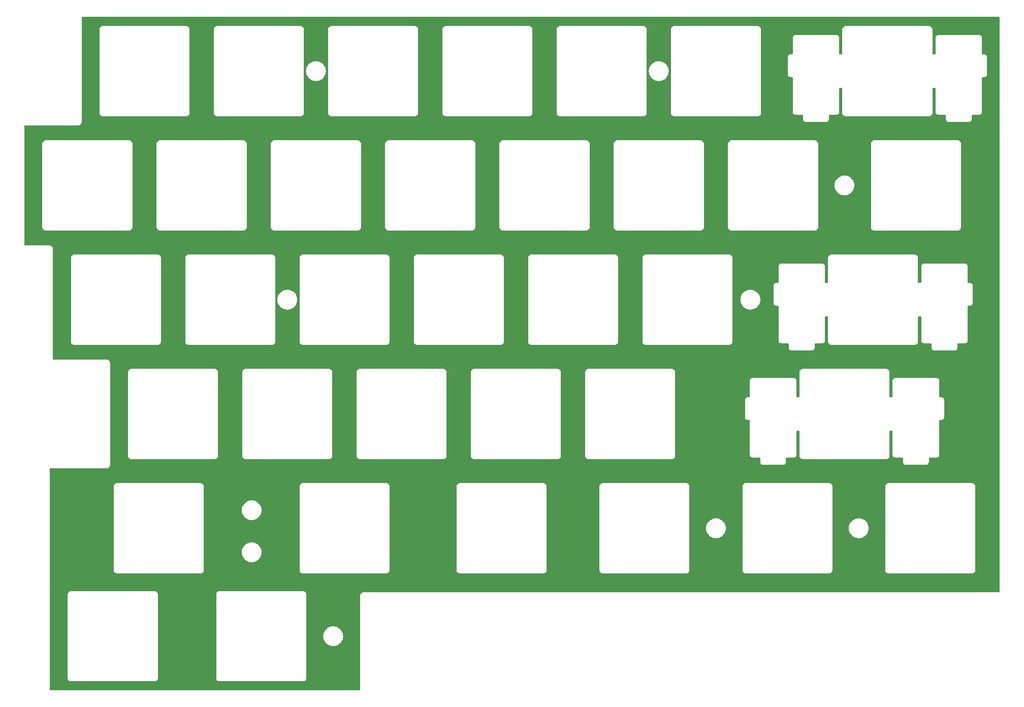
<source format=gbr>
%TF.GenerationSoftware,KiCad,Pcbnew,8.0.7*%
%TF.CreationDate,2025-05-09T14:19:32+02:00*%
%TF.ProjectId,plate6_dx,706c6174-6536-45f6-9478-2e6b69636164,rev?*%
%TF.SameCoordinates,Original*%
%TF.FileFunction,Copper,L2,Bot*%
%TF.FilePolarity,Positive*%
%FSLAX46Y46*%
G04 Gerber Fmt 4.6, Leading zero omitted, Abs format (unit mm)*
G04 Created by KiCad (PCBNEW 8.0.7) date 2025-05-09 14:19:32*
%MOMM*%
%LPD*%
G01*
G04 APERTURE LIST*
G04 APERTURE END LIST*
%TA.AperFunction,NonConductor*%
G36*
X247055539Y-48171941D02*
G01*
X247101294Y-48224745D01*
X247112500Y-48276256D01*
X247112500Y-143956665D01*
X247092815Y-144023704D01*
X247040011Y-144069459D01*
X246988500Y-144080665D01*
X140969108Y-144080665D01*
X140841812Y-144114773D01*
X140727686Y-144180665D01*
X140727683Y-144180667D01*
X140634502Y-144273848D01*
X140634500Y-144273851D01*
X140568608Y-144387977D01*
X140534500Y-144515273D01*
X140534500Y-160250550D01*
X140514815Y-160317589D01*
X140462011Y-160363344D01*
X140410500Y-160374550D01*
X88909500Y-160374550D01*
X88842461Y-160354865D01*
X88796706Y-160302061D01*
X88785500Y-160250550D01*
X88785500Y-144309158D01*
X91784500Y-144309158D01*
X91784500Y-158440941D01*
X91818608Y-158568237D01*
X91851554Y-158625300D01*
X91884500Y-158682364D01*
X91977686Y-158775550D01*
X92091814Y-158841442D01*
X92219108Y-158875550D01*
X92219110Y-158875550D01*
X106350890Y-158875550D01*
X106350892Y-158875550D01*
X106478186Y-158841442D01*
X106592314Y-158775550D01*
X106685500Y-158682364D01*
X106751392Y-158568236D01*
X106785500Y-158440942D01*
X106785500Y-144309158D01*
X116534500Y-144309158D01*
X116534500Y-158440941D01*
X116568608Y-158568237D01*
X116601554Y-158625300D01*
X116634500Y-158682364D01*
X116727686Y-158775550D01*
X116841814Y-158841442D01*
X116969108Y-158875550D01*
X116969110Y-158875550D01*
X131100890Y-158875550D01*
X131100892Y-158875550D01*
X131228186Y-158841442D01*
X131342314Y-158775550D01*
X131435500Y-158682364D01*
X131501392Y-158568236D01*
X131535500Y-158440942D01*
X131535500Y-151375050D01*
X134379396Y-151375050D01*
X134399778Y-151634040D01*
X134460427Y-151886660D01*
X134559843Y-152126673D01*
X134559845Y-152126677D01*
X134559846Y-152126678D01*
X134695588Y-152348190D01*
X134864311Y-152545739D01*
X135061860Y-152714462D01*
X135283372Y-152850204D01*
X135283374Y-152850204D01*
X135283376Y-152850206D01*
X135344693Y-152875604D01*
X135523390Y-152949623D01*
X135776006Y-153010271D01*
X136035000Y-153030654D01*
X136293994Y-153010271D01*
X136546610Y-152949623D01*
X136786628Y-152850204D01*
X137008140Y-152714462D01*
X137205689Y-152545739D01*
X137374412Y-152348190D01*
X137510154Y-152126678D01*
X137609573Y-151886660D01*
X137670221Y-151634044D01*
X137690604Y-151375050D01*
X137670221Y-151116056D01*
X137609573Y-150863440D01*
X137510154Y-150623422D01*
X137374412Y-150401910D01*
X137205689Y-150204361D01*
X137008140Y-150035638D01*
X136786628Y-149899896D01*
X136786627Y-149899895D01*
X136786623Y-149899893D01*
X136620627Y-149831136D01*
X136546610Y-149800477D01*
X136546611Y-149800477D01*
X136408921Y-149767420D01*
X136293994Y-149739829D01*
X136293992Y-149739828D01*
X136293991Y-149739828D01*
X136035000Y-149719446D01*
X135776009Y-149739828D01*
X135523389Y-149800477D01*
X135283376Y-149899893D01*
X135061859Y-150035638D01*
X134864311Y-150204361D01*
X134695588Y-150401909D01*
X134559843Y-150623426D01*
X134460427Y-150863439D01*
X134399778Y-151116059D01*
X134379396Y-151375050D01*
X131535500Y-151375050D01*
X131535500Y-144309158D01*
X131501392Y-144181864D01*
X131435500Y-144067736D01*
X131342314Y-143974550D01*
X131285250Y-143941604D01*
X131228187Y-143908658D01*
X131164539Y-143891604D01*
X131100892Y-143874550D01*
X117100892Y-143874550D01*
X116969108Y-143874550D01*
X116841812Y-143908658D01*
X116727686Y-143974550D01*
X116727683Y-143974552D01*
X116634502Y-144067733D01*
X116634500Y-144067736D01*
X116568608Y-144181862D01*
X116534500Y-144309158D01*
X106785500Y-144309158D01*
X106751392Y-144181864D01*
X106685500Y-144067736D01*
X106592314Y-143974550D01*
X106535250Y-143941604D01*
X106478187Y-143908658D01*
X106414539Y-143891604D01*
X106350892Y-143874550D01*
X92350892Y-143874550D01*
X92219108Y-143874550D01*
X92091812Y-143908658D01*
X91977686Y-143974550D01*
X91977683Y-143974552D01*
X91884502Y-144067733D01*
X91884500Y-144067736D01*
X91818608Y-144181862D01*
X91784500Y-144309158D01*
X88785500Y-144309158D01*
X88785500Y-126308708D01*
X99464500Y-126308708D01*
X99464500Y-140441391D01*
X99498608Y-140568687D01*
X99531554Y-140625750D01*
X99564500Y-140682814D01*
X99657686Y-140776000D01*
X99771814Y-140841892D01*
X99899108Y-140876000D01*
X99899110Y-140876000D01*
X114031890Y-140876000D01*
X114031892Y-140876000D01*
X114159186Y-140841892D01*
X114273314Y-140776000D01*
X114366500Y-140682814D01*
X114432392Y-140568686D01*
X114466500Y-140441392D01*
X114466500Y-137375050D01*
X120788896Y-137375050D01*
X120809278Y-137634040D01*
X120869927Y-137886660D01*
X120969343Y-138126673D01*
X120969345Y-138126677D01*
X120969346Y-138126678D01*
X121105088Y-138348190D01*
X121273811Y-138545739D01*
X121471360Y-138714462D01*
X121692872Y-138850204D01*
X121692874Y-138850204D01*
X121692876Y-138850206D01*
X121754193Y-138875604D01*
X121932890Y-138949623D01*
X122185506Y-139010271D01*
X122444500Y-139030654D01*
X122703494Y-139010271D01*
X122956110Y-138949623D01*
X123196128Y-138850204D01*
X123417640Y-138714462D01*
X123615189Y-138545739D01*
X123783912Y-138348190D01*
X123919654Y-138126678D01*
X124019073Y-137886660D01*
X124079721Y-137634044D01*
X124100104Y-137375050D01*
X124079721Y-137116056D01*
X124019073Y-136863440D01*
X123919654Y-136623422D01*
X123783912Y-136401910D01*
X123615189Y-136204361D01*
X123417640Y-136035638D01*
X123196128Y-135899896D01*
X123196127Y-135899895D01*
X123196123Y-135899893D01*
X123030127Y-135831136D01*
X122956110Y-135800477D01*
X122956111Y-135800477D01*
X122818421Y-135767420D01*
X122703494Y-135739829D01*
X122703492Y-135739828D01*
X122703491Y-135739828D01*
X122444500Y-135719446D01*
X122185509Y-135739828D01*
X121932889Y-135800477D01*
X121692876Y-135899893D01*
X121471359Y-136035638D01*
X121273811Y-136204361D01*
X121105088Y-136401909D01*
X120969343Y-136623426D01*
X120869927Y-136863439D01*
X120809278Y-137116059D01*
X120788896Y-137375050D01*
X114466500Y-137375050D01*
X114466500Y-130375050D01*
X120788896Y-130375050D01*
X120809278Y-130634040D01*
X120869927Y-130886660D01*
X120969343Y-131126673D01*
X120969345Y-131126677D01*
X120969346Y-131126678D01*
X121105088Y-131348190D01*
X121273811Y-131545739D01*
X121471360Y-131714462D01*
X121692872Y-131850204D01*
X121692874Y-131850204D01*
X121692876Y-131850206D01*
X121754193Y-131875604D01*
X121932890Y-131949623D01*
X122185506Y-132010271D01*
X122444500Y-132030654D01*
X122703494Y-132010271D01*
X122956110Y-131949623D01*
X123196128Y-131850204D01*
X123417640Y-131714462D01*
X123615189Y-131545739D01*
X123783912Y-131348190D01*
X123919654Y-131126678D01*
X124019073Y-130886660D01*
X124079721Y-130634044D01*
X124100104Y-130375050D01*
X124079721Y-130116056D01*
X124019073Y-129863440D01*
X123919654Y-129623422D01*
X123783912Y-129401910D01*
X123615189Y-129204361D01*
X123417640Y-129035638D01*
X123196128Y-128899896D01*
X123196127Y-128899895D01*
X123196123Y-128899893D01*
X123030127Y-128831136D01*
X122956110Y-128800477D01*
X122956111Y-128800477D01*
X122818421Y-128767420D01*
X122703494Y-128739829D01*
X122703492Y-128739828D01*
X122703491Y-128739828D01*
X122444500Y-128719446D01*
X122185509Y-128739828D01*
X121932889Y-128800477D01*
X121692876Y-128899893D01*
X121471359Y-129035638D01*
X121273811Y-129204361D01*
X121105088Y-129401909D01*
X120969343Y-129623426D01*
X120869927Y-129863439D01*
X120809278Y-130116059D01*
X120788896Y-130375050D01*
X114466500Y-130375050D01*
X114466500Y-126308708D01*
X130422500Y-126308708D01*
X130422500Y-140441391D01*
X130456608Y-140568687D01*
X130489554Y-140625750D01*
X130522500Y-140682814D01*
X130615686Y-140776000D01*
X130729814Y-140841892D01*
X130857108Y-140876000D01*
X130857110Y-140876000D01*
X144987890Y-140876000D01*
X144987892Y-140876000D01*
X145115186Y-140841892D01*
X145229314Y-140776000D01*
X145322500Y-140682814D01*
X145388392Y-140568686D01*
X145422500Y-140441392D01*
X145422500Y-126308708D01*
X156614500Y-126308708D01*
X156614500Y-140441391D01*
X156648608Y-140568687D01*
X156681554Y-140625750D01*
X156714500Y-140682814D01*
X156807686Y-140776000D01*
X156921814Y-140841892D01*
X157049108Y-140876000D01*
X157049110Y-140876000D01*
X171181890Y-140876000D01*
X171181892Y-140876000D01*
X171309186Y-140841892D01*
X171423314Y-140776000D01*
X171516500Y-140682814D01*
X171582392Y-140568686D01*
X171616500Y-140441392D01*
X171616500Y-126308708D01*
X180428500Y-126308708D01*
X180428500Y-140441391D01*
X180462608Y-140568687D01*
X180495554Y-140625750D01*
X180528500Y-140682814D01*
X180621686Y-140776000D01*
X180735814Y-140841892D01*
X180863108Y-140876000D01*
X180863110Y-140876000D01*
X194993890Y-140876000D01*
X194993892Y-140876000D01*
X195121186Y-140841892D01*
X195235314Y-140776000D01*
X195328500Y-140682814D01*
X195394392Y-140568686D01*
X195428500Y-140441392D01*
X195428500Y-133375050D01*
X198178396Y-133375050D01*
X198198778Y-133634040D01*
X198259427Y-133886660D01*
X198358843Y-134126673D01*
X198358845Y-134126677D01*
X198358846Y-134126678D01*
X198494588Y-134348190D01*
X198663311Y-134545739D01*
X198860860Y-134714462D01*
X199082372Y-134850204D01*
X199082374Y-134850204D01*
X199082376Y-134850206D01*
X199143693Y-134875604D01*
X199322390Y-134949623D01*
X199575006Y-135010271D01*
X199834000Y-135030654D01*
X200092994Y-135010271D01*
X200345610Y-134949623D01*
X200585628Y-134850204D01*
X200807140Y-134714462D01*
X201004689Y-134545739D01*
X201173412Y-134348190D01*
X201309154Y-134126678D01*
X201408573Y-133886660D01*
X201469221Y-133634044D01*
X201489604Y-133375050D01*
X201469221Y-133116056D01*
X201408573Y-132863440D01*
X201309154Y-132623422D01*
X201173412Y-132401910D01*
X201004689Y-132204361D01*
X200807140Y-132035638D01*
X200585628Y-131899896D01*
X200585627Y-131899895D01*
X200585623Y-131899893D01*
X200419627Y-131831136D01*
X200345610Y-131800477D01*
X200345611Y-131800477D01*
X200207921Y-131767420D01*
X200092994Y-131739829D01*
X200092992Y-131739828D01*
X200092991Y-131739828D01*
X199834000Y-131719446D01*
X199575009Y-131739828D01*
X199322389Y-131800477D01*
X199082376Y-131899893D01*
X198860859Y-132035638D01*
X198663311Y-132204361D01*
X198494588Y-132401909D01*
X198358843Y-132623426D01*
X198259427Y-132863439D01*
X198198778Y-133116059D01*
X198178396Y-133375050D01*
X195428500Y-133375050D01*
X195428500Y-126308708D01*
X204239500Y-126308708D01*
X204239500Y-140441391D01*
X204273608Y-140568687D01*
X204306554Y-140625750D01*
X204339500Y-140682814D01*
X204432686Y-140776000D01*
X204546814Y-140841892D01*
X204674108Y-140876000D01*
X204674110Y-140876000D01*
X218806890Y-140876000D01*
X218806892Y-140876000D01*
X218934186Y-140841892D01*
X219048314Y-140776000D01*
X219141500Y-140682814D01*
X219207392Y-140568686D01*
X219241500Y-140441392D01*
X219241500Y-133375050D01*
X221991896Y-133375050D01*
X222012278Y-133634040D01*
X222072927Y-133886660D01*
X222172343Y-134126673D01*
X222172345Y-134126677D01*
X222172346Y-134126678D01*
X222308088Y-134348190D01*
X222476811Y-134545739D01*
X222674360Y-134714462D01*
X222895872Y-134850204D01*
X222895874Y-134850204D01*
X222895876Y-134850206D01*
X222957193Y-134875604D01*
X223135890Y-134949623D01*
X223388506Y-135010271D01*
X223647500Y-135030654D01*
X223906494Y-135010271D01*
X224159110Y-134949623D01*
X224399128Y-134850204D01*
X224620640Y-134714462D01*
X224818189Y-134545739D01*
X224986912Y-134348190D01*
X225122654Y-134126678D01*
X225222073Y-133886660D01*
X225282721Y-133634044D01*
X225303104Y-133375050D01*
X225282721Y-133116056D01*
X225222073Y-132863440D01*
X225122654Y-132623422D01*
X224986912Y-132401910D01*
X224818189Y-132204361D01*
X224620640Y-132035638D01*
X224399128Y-131899896D01*
X224399127Y-131899895D01*
X224399123Y-131899893D01*
X224233127Y-131831136D01*
X224159110Y-131800477D01*
X224159111Y-131800477D01*
X224021421Y-131767420D01*
X223906494Y-131739829D01*
X223906492Y-131739828D01*
X223906491Y-131739828D01*
X223647500Y-131719446D01*
X223388509Y-131739828D01*
X223135889Y-131800477D01*
X222895876Y-131899893D01*
X222674359Y-132035638D01*
X222476811Y-132204361D01*
X222308088Y-132401909D01*
X222172343Y-132623426D01*
X222072927Y-132863439D01*
X222012278Y-133116059D01*
X221991896Y-133375050D01*
X219241500Y-133375050D01*
X219241500Y-126308708D01*
X228053500Y-126308708D01*
X228053500Y-140441391D01*
X228087608Y-140568687D01*
X228120554Y-140625750D01*
X228153500Y-140682814D01*
X228246686Y-140776000D01*
X228360814Y-140841892D01*
X228488108Y-140876000D01*
X228488110Y-140876000D01*
X242619890Y-140876000D01*
X242619892Y-140876000D01*
X242747186Y-140841892D01*
X242861314Y-140776000D01*
X242954500Y-140682814D01*
X243020392Y-140568686D01*
X243054500Y-140441392D01*
X243054500Y-126308708D01*
X243020392Y-126181414D01*
X242954500Y-126067286D01*
X242861314Y-125974100D01*
X242804250Y-125941154D01*
X242747187Y-125908208D01*
X242683539Y-125891154D01*
X242619892Y-125874100D01*
X228619892Y-125874100D01*
X228488108Y-125874100D01*
X228360812Y-125908208D01*
X228246686Y-125974100D01*
X228246683Y-125974102D01*
X228153502Y-126067283D01*
X228153500Y-126067286D01*
X228087608Y-126181412D01*
X228053500Y-126308708D01*
X219241500Y-126308708D01*
X219207392Y-126181414D01*
X219141500Y-126067286D01*
X219048314Y-125974100D01*
X218991250Y-125941154D01*
X218934187Y-125908208D01*
X218870539Y-125891154D01*
X218806892Y-125874100D01*
X204805892Y-125874100D01*
X204674108Y-125874100D01*
X204546812Y-125908208D01*
X204432686Y-125974100D01*
X204432683Y-125974102D01*
X204339502Y-126067283D01*
X204339500Y-126067286D01*
X204273608Y-126181412D01*
X204239500Y-126308708D01*
X195428500Y-126308708D01*
X195394392Y-126181414D01*
X195328500Y-126067286D01*
X195235314Y-125974100D01*
X195178250Y-125941154D01*
X195121187Y-125908208D01*
X195057539Y-125891154D01*
X194993892Y-125874100D01*
X180994892Y-125874100D01*
X180863108Y-125874100D01*
X180735812Y-125908208D01*
X180621686Y-125974100D01*
X180621683Y-125974102D01*
X180528502Y-126067283D01*
X180528500Y-126067286D01*
X180462608Y-126181412D01*
X180428500Y-126308708D01*
X171616500Y-126308708D01*
X171582392Y-126181414D01*
X171516500Y-126067286D01*
X171423314Y-125974100D01*
X171366250Y-125941154D01*
X171309187Y-125908208D01*
X171245539Y-125891154D01*
X171181892Y-125874100D01*
X157180892Y-125874100D01*
X157049108Y-125874100D01*
X156921812Y-125908208D01*
X156807686Y-125974100D01*
X156807683Y-125974102D01*
X156714502Y-126067283D01*
X156714500Y-126067286D01*
X156648608Y-126181412D01*
X156614500Y-126308708D01*
X145422500Y-126308708D01*
X145388392Y-126181414D01*
X145322500Y-126067286D01*
X145229314Y-125974100D01*
X145172250Y-125941154D01*
X145115187Y-125908208D01*
X145051539Y-125891154D01*
X144987892Y-125874100D01*
X130988892Y-125874100D01*
X130857108Y-125874100D01*
X130729812Y-125908208D01*
X130615686Y-125974100D01*
X130615683Y-125974102D01*
X130522502Y-126067283D01*
X130522500Y-126067286D01*
X130456608Y-126181412D01*
X130422500Y-126308708D01*
X114466500Y-126308708D01*
X114432392Y-126181414D01*
X114366500Y-126067286D01*
X114273314Y-125974100D01*
X114216250Y-125941154D01*
X114159187Y-125908208D01*
X114095539Y-125891154D01*
X114031892Y-125874100D01*
X100030892Y-125874100D01*
X99899108Y-125874100D01*
X99771812Y-125908208D01*
X99657686Y-125974100D01*
X99657683Y-125974102D01*
X99564502Y-126067283D01*
X99564500Y-126067286D01*
X99498608Y-126181412D01*
X99464500Y-126308708D01*
X88785500Y-126308708D01*
X88785500Y-123473100D01*
X88805185Y-123406061D01*
X88857989Y-123360306D01*
X88909500Y-123349100D01*
X98413890Y-123349100D01*
X98413892Y-123349100D01*
X98541186Y-123314992D01*
X98655314Y-123249100D01*
X98748500Y-123155914D01*
X98814392Y-123041786D01*
X98848500Y-122914492D01*
X98848500Y-107260108D01*
X101847500Y-107260108D01*
X101847500Y-121259408D01*
X101847500Y-121391192D01*
X101850561Y-121402616D01*
X101881608Y-121518487D01*
X101906552Y-121561691D01*
X101947500Y-121632614D01*
X102040686Y-121725800D01*
X102154814Y-121791692D01*
X102282108Y-121825800D01*
X102282110Y-121825800D01*
X116412890Y-121825800D01*
X116412892Y-121825800D01*
X116540186Y-121791692D01*
X116654314Y-121725800D01*
X116747500Y-121632614D01*
X116813392Y-121518486D01*
X116847500Y-121391192D01*
X116847500Y-107260108D01*
X120897500Y-107260108D01*
X120897500Y-121259408D01*
X120897500Y-121391192D01*
X120900561Y-121402616D01*
X120931608Y-121518487D01*
X120956552Y-121561691D01*
X120997500Y-121632614D01*
X121090686Y-121725800D01*
X121204814Y-121791692D01*
X121332108Y-121825800D01*
X121332110Y-121825800D01*
X135462890Y-121825800D01*
X135462892Y-121825800D01*
X135590186Y-121791692D01*
X135704314Y-121725800D01*
X135797500Y-121632614D01*
X135863392Y-121518486D01*
X135897500Y-121391192D01*
X135897500Y-107260108D01*
X139947500Y-107260108D01*
X139947500Y-121259408D01*
X139947500Y-121391192D01*
X139950561Y-121402616D01*
X139981608Y-121518487D01*
X140006552Y-121561691D01*
X140047500Y-121632614D01*
X140140686Y-121725800D01*
X140254814Y-121791692D01*
X140382108Y-121825800D01*
X140382110Y-121825800D01*
X154512890Y-121825800D01*
X154512892Y-121825800D01*
X154640186Y-121791692D01*
X154754314Y-121725800D01*
X154847500Y-121632614D01*
X154913392Y-121518486D01*
X154947500Y-121391192D01*
X154947500Y-107260108D01*
X158997500Y-107260108D01*
X158997500Y-121259408D01*
X158997500Y-121391192D01*
X159000561Y-121402616D01*
X159031608Y-121518487D01*
X159056552Y-121561691D01*
X159097500Y-121632614D01*
X159190686Y-121725800D01*
X159304814Y-121791692D01*
X159432108Y-121825800D01*
X159432110Y-121825800D01*
X173562890Y-121825800D01*
X173562892Y-121825800D01*
X173690186Y-121791692D01*
X173804314Y-121725800D01*
X173897500Y-121632614D01*
X173963392Y-121518486D01*
X173997500Y-121391192D01*
X173997500Y-107260108D01*
X178047500Y-107260108D01*
X178047500Y-121259408D01*
X178047500Y-121391192D01*
X178050561Y-121402616D01*
X178081608Y-121518487D01*
X178106552Y-121561691D01*
X178147500Y-121632614D01*
X178240686Y-121725800D01*
X178354814Y-121791692D01*
X178482108Y-121825800D01*
X178482110Y-121825800D01*
X192612890Y-121825800D01*
X192612892Y-121825800D01*
X192740186Y-121791692D01*
X192854314Y-121725800D01*
X192947500Y-121632614D01*
X193013392Y-121518486D01*
X193047500Y-121391192D01*
X193047500Y-111960608D01*
X204665500Y-111960608D01*
X204665500Y-114891291D01*
X204699608Y-115018587D01*
X204732554Y-115075650D01*
X204765500Y-115132714D01*
X204858686Y-115225900D01*
X204972814Y-115291792D01*
X205100108Y-115325900D01*
X205365500Y-115325900D01*
X205432539Y-115345585D01*
X205478294Y-115398389D01*
X205489500Y-115449900D01*
X205489500Y-121161191D01*
X205523608Y-121288487D01*
X205556554Y-121345550D01*
X205589500Y-121402614D01*
X205682686Y-121495800D01*
X205796814Y-121561692D01*
X205924108Y-121595800D01*
X207090500Y-121595800D01*
X207157539Y-121615485D01*
X207203294Y-121668289D01*
X207214500Y-121719800D01*
X207214500Y-122361391D01*
X207248608Y-122488687D01*
X207278977Y-122541286D01*
X207314500Y-122602814D01*
X207407686Y-122696000D01*
X207521814Y-122761892D01*
X207649108Y-122796000D01*
X207649110Y-122796000D01*
X211081890Y-122796000D01*
X211081892Y-122796000D01*
X211209186Y-122761892D01*
X211323314Y-122696000D01*
X211416500Y-122602814D01*
X211482392Y-122488686D01*
X211516500Y-122361392D01*
X211516500Y-121719800D01*
X211536185Y-121652761D01*
X211588989Y-121607006D01*
X211640500Y-121595800D01*
X212806890Y-121595800D01*
X212806892Y-121595800D01*
X212934186Y-121561692D01*
X213048314Y-121495800D01*
X213141500Y-121402614D01*
X213207392Y-121288486D01*
X213241500Y-121161192D01*
X213241500Y-117249400D01*
X213261185Y-117182361D01*
X213313989Y-117136606D01*
X213365500Y-117125400D01*
X213640500Y-117125400D01*
X213707539Y-117145085D01*
X213753294Y-117197889D01*
X213764500Y-117249400D01*
X213764500Y-121259408D01*
X213764500Y-121391192D01*
X213767561Y-121402616D01*
X213798608Y-121518487D01*
X213823552Y-121561691D01*
X213864500Y-121632614D01*
X213957686Y-121725800D01*
X214071814Y-121791692D01*
X214199108Y-121825800D01*
X214199110Y-121825800D01*
X228331890Y-121825800D01*
X228331892Y-121825800D01*
X228459186Y-121791692D01*
X228573314Y-121725800D01*
X228666500Y-121632614D01*
X228732392Y-121518486D01*
X228766500Y-121391192D01*
X228766500Y-117249400D01*
X228786185Y-117182361D01*
X228838989Y-117136606D01*
X228890500Y-117125400D01*
X229165500Y-117125400D01*
X229232539Y-117145085D01*
X229278294Y-117197889D01*
X229289500Y-117249400D01*
X229289500Y-121161191D01*
X229323608Y-121288487D01*
X229356554Y-121345550D01*
X229389500Y-121402614D01*
X229482686Y-121495800D01*
X229596814Y-121561692D01*
X229724108Y-121595800D01*
X230890500Y-121595800D01*
X230957539Y-121615485D01*
X231003294Y-121668289D01*
X231014500Y-121719800D01*
X231014500Y-122361391D01*
X231048608Y-122488687D01*
X231078977Y-122541286D01*
X231114500Y-122602814D01*
X231207686Y-122696000D01*
X231321814Y-122761892D01*
X231449108Y-122796000D01*
X231449110Y-122796000D01*
X234882890Y-122796000D01*
X234882892Y-122796000D01*
X235010186Y-122761892D01*
X235124314Y-122696000D01*
X235217500Y-122602814D01*
X235283392Y-122488686D01*
X235317500Y-122361392D01*
X235317500Y-121719800D01*
X235337185Y-121652761D01*
X235389989Y-121607006D01*
X235441500Y-121595800D01*
X236607890Y-121595800D01*
X236607892Y-121595800D01*
X236735186Y-121561692D01*
X236849314Y-121495800D01*
X236942500Y-121402614D01*
X237008392Y-121288486D01*
X237042500Y-121161192D01*
X237042500Y-115449900D01*
X237062185Y-115382861D01*
X237114989Y-115337106D01*
X237166500Y-115325900D01*
X237429890Y-115325900D01*
X237429892Y-115325900D01*
X237557186Y-115291792D01*
X237671314Y-115225900D01*
X237764500Y-115132714D01*
X237830392Y-115018586D01*
X237864500Y-114891292D01*
X237864500Y-111960608D01*
X237830392Y-111833314D01*
X237764500Y-111719186D01*
X237671314Y-111626000D01*
X237614250Y-111593054D01*
X237557187Y-111560108D01*
X237493539Y-111543054D01*
X237429892Y-111526000D01*
X237429891Y-111526000D01*
X237166500Y-111526000D01*
X237099461Y-111506315D01*
X237053706Y-111453511D01*
X237042500Y-111402000D01*
X237042500Y-108730510D01*
X237042500Y-108730508D01*
X237008392Y-108603214D01*
X236942500Y-108489086D01*
X236849314Y-108395900D01*
X236792250Y-108362954D01*
X236735187Y-108330008D01*
X236671539Y-108312954D01*
X236607892Y-108295900D01*
X229855892Y-108295900D01*
X229724108Y-108295900D01*
X229596812Y-108330008D01*
X229482686Y-108395900D01*
X229482683Y-108395902D01*
X229389502Y-108489083D01*
X229389500Y-108489086D01*
X229323608Y-108603212D01*
X229289500Y-108730508D01*
X229289500Y-111402000D01*
X229269815Y-111469039D01*
X229217011Y-111514794D01*
X229165500Y-111526000D01*
X228890500Y-111526000D01*
X228823461Y-111506315D01*
X228777706Y-111453511D01*
X228766500Y-111402000D01*
X228766500Y-107260110D01*
X228766500Y-107260108D01*
X228732392Y-107132814D01*
X228666500Y-107018686D01*
X228573314Y-106925500D01*
X228516250Y-106892554D01*
X228459187Y-106859608D01*
X228395539Y-106842554D01*
X228331892Y-106825500D01*
X214330892Y-106825500D01*
X214199108Y-106825500D01*
X214071812Y-106859608D01*
X213957686Y-106925500D01*
X213957683Y-106925502D01*
X213864502Y-107018683D01*
X213864500Y-107018686D01*
X213798608Y-107132812D01*
X213764500Y-107260108D01*
X213764500Y-111402000D01*
X213744815Y-111469039D01*
X213692011Y-111514794D01*
X213640500Y-111526000D01*
X213365500Y-111526000D01*
X213298461Y-111506315D01*
X213252706Y-111453511D01*
X213241500Y-111402000D01*
X213241500Y-108730510D01*
X213241500Y-108730508D01*
X213207392Y-108603214D01*
X213141500Y-108489086D01*
X213048314Y-108395900D01*
X212991250Y-108362954D01*
X212934187Y-108330008D01*
X212870539Y-108312954D01*
X212806892Y-108295900D01*
X206055892Y-108295900D01*
X205924108Y-108295900D01*
X205796812Y-108330008D01*
X205682686Y-108395900D01*
X205682683Y-108395902D01*
X205589502Y-108489083D01*
X205589500Y-108489086D01*
X205523608Y-108603212D01*
X205489500Y-108730508D01*
X205489500Y-111402000D01*
X205469815Y-111469039D01*
X205417011Y-111514794D01*
X205365500Y-111526000D01*
X205100108Y-111526000D01*
X204972812Y-111560108D01*
X204858686Y-111626000D01*
X204858683Y-111626002D01*
X204765502Y-111719183D01*
X204765500Y-111719186D01*
X204699608Y-111833312D01*
X204665500Y-111960608D01*
X193047500Y-111960608D01*
X193047500Y-107260108D01*
X193013392Y-107132814D01*
X192947500Y-107018686D01*
X192854314Y-106925500D01*
X192797250Y-106892554D01*
X192740187Y-106859608D01*
X192676539Y-106842554D01*
X192612892Y-106825500D01*
X178613892Y-106825500D01*
X178482108Y-106825500D01*
X178354812Y-106859608D01*
X178240686Y-106925500D01*
X178240683Y-106925502D01*
X178147502Y-107018683D01*
X178147500Y-107018686D01*
X178081608Y-107132812D01*
X178047500Y-107260108D01*
X173997500Y-107260108D01*
X173963392Y-107132814D01*
X173897500Y-107018686D01*
X173804314Y-106925500D01*
X173747250Y-106892554D01*
X173690187Y-106859608D01*
X173626539Y-106842554D01*
X173562892Y-106825500D01*
X159563892Y-106825500D01*
X159432108Y-106825500D01*
X159304812Y-106859608D01*
X159190686Y-106925500D01*
X159190683Y-106925502D01*
X159097502Y-107018683D01*
X159097500Y-107018686D01*
X159031608Y-107132812D01*
X158997500Y-107260108D01*
X154947500Y-107260108D01*
X154913392Y-107132814D01*
X154847500Y-107018686D01*
X154754314Y-106925500D01*
X154697250Y-106892554D01*
X154640187Y-106859608D01*
X154576539Y-106842554D01*
X154512892Y-106825500D01*
X140513892Y-106825500D01*
X140382108Y-106825500D01*
X140254812Y-106859608D01*
X140140686Y-106925500D01*
X140140683Y-106925502D01*
X140047502Y-107018683D01*
X140047500Y-107018686D01*
X139981608Y-107132812D01*
X139947500Y-107260108D01*
X135897500Y-107260108D01*
X135863392Y-107132814D01*
X135797500Y-107018686D01*
X135704314Y-106925500D01*
X135647250Y-106892554D01*
X135590187Y-106859608D01*
X135526539Y-106842554D01*
X135462892Y-106825500D01*
X121463892Y-106825500D01*
X121332108Y-106825500D01*
X121204812Y-106859608D01*
X121090686Y-106925500D01*
X121090683Y-106925502D01*
X120997502Y-107018683D01*
X120997500Y-107018686D01*
X120931608Y-107132812D01*
X120897500Y-107260108D01*
X116847500Y-107260108D01*
X116813392Y-107132814D01*
X116747500Y-107018686D01*
X116654314Y-106925500D01*
X116597250Y-106892554D01*
X116540187Y-106859608D01*
X116476539Y-106842554D01*
X116412892Y-106825500D01*
X102413892Y-106825500D01*
X102282108Y-106825500D01*
X102154812Y-106859608D01*
X102040686Y-106925500D01*
X102040683Y-106925502D01*
X101947502Y-107018683D01*
X101947500Y-107018686D01*
X101881608Y-107132812D01*
X101847500Y-107260108D01*
X98848500Y-107260108D01*
X98848500Y-105735408D01*
X98814392Y-105608114D01*
X98748500Y-105493986D01*
X98655314Y-105400800D01*
X98598250Y-105367854D01*
X98541187Y-105334908D01*
X98477539Y-105317854D01*
X98413892Y-105300800D01*
X98413891Y-105300800D01*
X89447500Y-105300800D01*
X89380461Y-105281115D01*
X89334706Y-105228311D01*
X89323500Y-105176800D01*
X89323500Y-88210108D01*
X92322500Y-88210108D01*
X92322500Y-102209408D01*
X92322500Y-102341192D01*
X92325561Y-102352616D01*
X92356608Y-102468487D01*
X92381552Y-102511691D01*
X92422500Y-102582614D01*
X92515686Y-102675800D01*
X92629814Y-102741692D01*
X92757108Y-102775800D01*
X92757110Y-102775800D01*
X106887890Y-102775800D01*
X106887892Y-102775800D01*
X107015186Y-102741692D01*
X107129314Y-102675800D01*
X107222500Y-102582614D01*
X107288392Y-102468486D01*
X107322500Y-102341192D01*
X107322500Y-88210108D01*
X111372500Y-88210108D01*
X111372500Y-102209408D01*
X111372500Y-102341192D01*
X111375561Y-102352616D01*
X111406608Y-102468487D01*
X111431552Y-102511691D01*
X111472500Y-102582614D01*
X111565686Y-102675800D01*
X111679814Y-102741692D01*
X111807108Y-102775800D01*
X111807110Y-102775800D01*
X125937890Y-102775800D01*
X125937892Y-102775800D01*
X126065186Y-102741692D01*
X126179314Y-102675800D01*
X126272500Y-102582614D01*
X126338392Y-102468486D01*
X126372500Y-102341192D01*
X126372500Y-95275650D01*
X126741896Y-95275650D01*
X126762278Y-95534640D01*
X126822927Y-95787260D01*
X126922343Y-96027273D01*
X126922345Y-96027277D01*
X126922346Y-96027278D01*
X127058088Y-96248790D01*
X127226811Y-96446339D01*
X127424360Y-96615062D01*
X127645872Y-96750804D01*
X127645874Y-96750804D01*
X127645876Y-96750806D01*
X127707193Y-96776204D01*
X127885890Y-96850223D01*
X128138506Y-96910871D01*
X128397500Y-96931254D01*
X128656494Y-96910871D01*
X128909110Y-96850223D01*
X129149128Y-96750804D01*
X129370640Y-96615062D01*
X129568189Y-96446339D01*
X129736912Y-96248790D01*
X129872654Y-96027278D01*
X129972073Y-95787260D01*
X130032721Y-95534644D01*
X130053104Y-95275650D01*
X130032721Y-95016656D01*
X129972073Y-94764040D01*
X129872654Y-94524022D01*
X129736912Y-94302510D01*
X129568189Y-94104961D01*
X129370640Y-93936238D01*
X129149128Y-93800496D01*
X129149127Y-93800495D01*
X129149123Y-93800493D01*
X128983127Y-93731736D01*
X128909110Y-93701077D01*
X128909111Y-93701077D01*
X128771421Y-93668020D01*
X128656494Y-93640429D01*
X128656492Y-93640428D01*
X128656491Y-93640428D01*
X128397500Y-93620046D01*
X128138509Y-93640428D01*
X127885889Y-93701077D01*
X127645876Y-93800493D01*
X127424359Y-93936238D01*
X127226811Y-94104961D01*
X127058088Y-94302509D01*
X126922343Y-94524026D01*
X126822927Y-94764039D01*
X126762278Y-95016659D01*
X126741896Y-95275650D01*
X126372500Y-95275650D01*
X126372500Y-88210108D01*
X130422500Y-88210108D01*
X130422500Y-102209408D01*
X130422500Y-102341192D01*
X130425561Y-102352616D01*
X130456608Y-102468487D01*
X130481552Y-102511691D01*
X130522500Y-102582614D01*
X130615686Y-102675800D01*
X130729814Y-102741692D01*
X130857108Y-102775800D01*
X130857110Y-102775800D01*
X144987890Y-102775800D01*
X144987892Y-102775800D01*
X145115186Y-102741692D01*
X145229314Y-102675800D01*
X145322500Y-102582614D01*
X145388392Y-102468486D01*
X145422500Y-102341192D01*
X145422500Y-88210108D01*
X149472500Y-88210108D01*
X149472500Y-102209408D01*
X149472500Y-102341192D01*
X149475561Y-102352616D01*
X149506608Y-102468487D01*
X149531552Y-102511691D01*
X149572500Y-102582614D01*
X149665686Y-102675800D01*
X149779814Y-102741692D01*
X149907108Y-102775800D01*
X149907110Y-102775800D01*
X164037890Y-102775800D01*
X164037892Y-102775800D01*
X164165186Y-102741692D01*
X164279314Y-102675800D01*
X164372500Y-102582614D01*
X164438392Y-102468486D01*
X164472500Y-102341192D01*
X164472500Y-88210108D01*
X168522500Y-88210108D01*
X168522500Y-102209408D01*
X168522500Y-102341192D01*
X168525561Y-102352616D01*
X168556608Y-102468487D01*
X168581552Y-102511691D01*
X168622500Y-102582614D01*
X168715686Y-102675800D01*
X168829814Y-102741692D01*
X168957108Y-102775800D01*
X168957110Y-102775800D01*
X183087890Y-102775800D01*
X183087892Y-102775800D01*
X183215186Y-102741692D01*
X183329314Y-102675800D01*
X183422500Y-102582614D01*
X183488392Y-102468486D01*
X183522500Y-102341192D01*
X183522500Y-88210108D01*
X187572500Y-88210108D01*
X187572500Y-102209408D01*
X187572500Y-102341192D01*
X187575561Y-102352616D01*
X187606608Y-102468487D01*
X187631552Y-102511691D01*
X187672500Y-102582614D01*
X187765686Y-102675800D01*
X187879814Y-102741692D01*
X188007108Y-102775800D01*
X188007110Y-102775800D01*
X202137890Y-102775800D01*
X202137892Y-102775800D01*
X202265186Y-102741692D01*
X202379314Y-102675800D01*
X202472500Y-102582614D01*
X202538392Y-102468486D01*
X202572500Y-102341192D01*
X202572500Y-95275650D01*
X203916896Y-95275650D01*
X203937278Y-95534640D01*
X203997927Y-95787260D01*
X204097343Y-96027273D01*
X204097345Y-96027277D01*
X204097346Y-96027278D01*
X204233088Y-96248790D01*
X204401811Y-96446339D01*
X204599360Y-96615062D01*
X204820872Y-96750804D01*
X204820874Y-96750804D01*
X204820876Y-96750806D01*
X204882193Y-96776204D01*
X205060890Y-96850223D01*
X205313506Y-96910871D01*
X205572500Y-96931254D01*
X205831494Y-96910871D01*
X206084110Y-96850223D01*
X206324128Y-96750804D01*
X206545640Y-96615062D01*
X206743189Y-96446339D01*
X206911912Y-96248790D01*
X207047654Y-96027278D01*
X207147073Y-95787260D01*
X207207721Y-95534644D01*
X207228104Y-95275650D01*
X207207721Y-95016656D01*
X207147073Y-94764040D01*
X207047654Y-94524022D01*
X206911912Y-94302510D01*
X206743189Y-94104961D01*
X206545640Y-93936238D01*
X206324128Y-93800496D01*
X206324127Y-93800495D01*
X206324123Y-93800493D01*
X206158127Y-93731736D01*
X206084110Y-93701077D01*
X206084111Y-93701077D01*
X205946421Y-93668020D01*
X205831494Y-93640429D01*
X205831492Y-93640428D01*
X205831491Y-93640428D01*
X205572500Y-93620046D01*
X205313509Y-93640428D01*
X205060889Y-93701077D01*
X204820876Y-93800493D01*
X204599359Y-93936238D01*
X204401811Y-94104961D01*
X204233088Y-94302509D01*
X204097343Y-94524026D01*
X203997927Y-94764039D01*
X203937278Y-95016659D01*
X203916896Y-95275650D01*
X202572500Y-95275650D01*
X202572500Y-92910608D01*
X209427500Y-92910608D01*
X209427500Y-95841291D01*
X209461608Y-95968587D01*
X209494554Y-96025650D01*
X209527500Y-96082714D01*
X209620686Y-96175900D01*
X209734814Y-96241792D01*
X209862108Y-96275900D01*
X210129500Y-96275900D01*
X210196539Y-96295585D01*
X210242294Y-96348389D01*
X210253500Y-96399900D01*
X210253500Y-102111191D01*
X210287608Y-102238487D01*
X210320554Y-102295550D01*
X210353500Y-102352614D01*
X210446686Y-102445800D01*
X210560814Y-102511692D01*
X210688108Y-102545800D01*
X211854500Y-102545800D01*
X211921539Y-102565485D01*
X211967294Y-102618289D01*
X211978500Y-102669800D01*
X211978500Y-103311391D01*
X212012608Y-103438687D01*
X212045554Y-103495750D01*
X212078500Y-103552814D01*
X212171686Y-103646000D01*
X212285814Y-103711892D01*
X212413108Y-103746000D01*
X212413110Y-103746000D01*
X215843890Y-103746000D01*
X215843892Y-103746000D01*
X215971186Y-103711892D01*
X216085314Y-103646000D01*
X216178500Y-103552814D01*
X216244392Y-103438686D01*
X216278500Y-103311392D01*
X216278500Y-102669800D01*
X216298185Y-102602761D01*
X216350989Y-102557006D01*
X216402500Y-102545800D01*
X217569890Y-102545800D01*
X217569892Y-102545800D01*
X217697186Y-102511692D01*
X217811314Y-102445800D01*
X217904500Y-102352614D01*
X217970392Y-102238486D01*
X218004500Y-102111192D01*
X218004500Y-98200800D01*
X218024185Y-98133761D01*
X218076989Y-98088006D01*
X218128500Y-98076800D01*
X218404500Y-98076800D01*
X218471539Y-98096485D01*
X218517294Y-98149289D01*
X218528500Y-98200800D01*
X218528500Y-102209408D01*
X218528500Y-102341192D01*
X218531561Y-102352616D01*
X218562608Y-102468487D01*
X218587552Y-102511691D01*
X218628500Y-102582614D01*
X218721686Y-102675800D01*
X218835814Y-102741692D01*
X218963108Y-102775800D01*
X218963110Y-102775800D01*
X233093890Y-102775800D01*
X233093892Y-102775800D01*
X233221186Y-102741692D01*
X233335314Y-102675800D01*
X233428500Y-102582614D01*
X233494392Y-102468486D01*
X233528500Y-102341192D01*
X233528500Y-98200800D01*
X233548185Y-98133761D01*
X233600989Y-98088006D01*
X233652500Y-98076800D01*
X233928500Y-98076800D01*
X233995539Y-98096485D01*
X234041294Y-98149289D01*
X234052500Y-98200800D01*
X234052500Y-102111191D01*
X234086608Y-102238487D01*
X234119554Y-102295550D01*
X234152500Y-102352614D01*
X234245686Y-102445800D01*
X234359814Y-102511692D01*
X234487108Y-102545800D01*
X235653500Y-102545800D01*
X235720539Y-102565485D01*
X235766294Y-102618289D01*
X235777500Y-102669800D01*
X235777500Y-103311391D01*
X235811608Y-103438687D01*
X235844554Y-103495750D01*
X235877500Y-103552814D01*
X235970686Y-103646000D01*
X236084814Y-103711892D01*
X236212108Y-103746000D01*
X236212110Y-103746000D01*
X239645890Y-103746000D01*
X239645892Y-103746000D01*
X239773186Y-103711892D01*
X239887314Y-103646000D01*
X239980500Y-103552814D01*
X240046392Y-103438686D01*
X240080500Y-103311392D01*
X240080500Y-102669800D01*
X240100185Y-102602761D01*
X240152989Y-102557006D01*
X240204500Y-102545800D01*
X241370890Y-102545800D01*
X241370892Y-102545800D01*
X241498186Y-102511692D01*
X241612314Y-102445800D01*
X241705500Y-102352614D01*
X241771392Y-102238486D01*
X241805500Y-102111192D01*
X241805500Y-96399900D01*
X241825185Y-96332861D01*
X241877989Y-96287106D01*
X241929500Y-96275900D01*
X242195890Y-96275900D01*
X242195892Y-96275900D01*
X242323186Y-96241792D01*
X242437314Y-96175900D01*
X242530500Y-96082714D01*
X242596392Y-95968586D01*
X242630500Y-95841292D01*
X242630500Y-92910608D01*
X242596392Y-92783314D01*
X242530500Y-92669186D01*
X242437314Y-92576000D01*
X242380250Y-92543054D01*
X242323187Y-92510108D01*
X242259539Y-92493054D01*
X242195892Y-92476000D01*
X242195891Y-92476000D01*
X241929500Y-92476000D01*
X241862461Y-92456315D01*
X241816706Y-92403511D01*
X241805500Y-92352000D01*
X241805500Y-89680510D01*
X241805500Y-89680508D01*
X241771392Y-89553214D01*
X241705500Y-89439086D01*
X241612314Y-89345900D01*
X241555250Y-89312954D01*
X241498187Y-89280008D01*
X241434539Y-89262954D01*
X241370892Y-89245900D01*
X234618892Y-89245900D01*
X234487108Y-89245900D01*
X234359812Y-89280008D01*
X234245686Y-89345900D01*
X234245683Y-89345902D01*
X234152502Y-89439083D01*
X234152500Y-89439086D01*
X234086608Y-89553212D01*
X234052500Y-89680508D01*
X234052500Y-92352000D01*
X234032815Y-92419039D01*
X233980011Y-92464794D01*
X233928500Y-92476000D01*
X233652500Y-92476000D01*
X233585461Y-92456315D01*
X233539706Y-92403511D01*
X233528500Y-92352000D01*
X233528500Y-88210110D01*
X233528500Y-88210108D01*
X233494392Y-88082814D01*
X233428500Y-87968686D01*
X233335314Y-87875500D01*
X233278250Y-87842554D01*
X233221187Y-87809608D01*
X233157539Y-87792554D01*
X233093892Y-87775500D01*
X219094892Y-87775500D01*
X218963108Y-87775500D01*
X218835812Y-87809608D01*
X218721686Y-87875500D01*
X218721683Y-87875502D01*
X218628502Y-87968683D01*
X218628500Y-87968686D01*
X218562608Y-88082812D01*
X218528500Y-88210108D01*
X218528500Y-92352000D01*
X218508815Y-92419039D01*
X218456011Y-92464794D01*
X218404500Y-92476000D01*
X218128500Y-92476000D01*
X218061461Y-92456315D01*
X218015706Y-92403511D01*
X218004500Y-92352000D01*
X218004500Y-89680510D01*
X218004500Y-89680508D01*
X217970392Y-89553214D01*
X217904500Y-89439086D01*
X217811314Y-89345900D01*
X217754250Y-89312954D01*
X217697187Y-89280008D01*
X217633539Y-89262954D01*
X217569892Y-89245900D01*
X210819892Y-89245900D01*
X210688108Y-89245900D01*
X210560812Y-89280008D01*
X210446686Y-89345900D01*
X210446683Y-89345902D01*
X210353502Y-89439083D01*
X210353500Y-89439086D01*
X210287608Y-89553212D01*
X210253500Y-89680508D01*
X210253500Y-92352000D01*
X210233815Y-92419039D01*
X210181011Y-92464794D01*
X210129500Y-92476000D01*
X209862108Y-92476000D01*
X209734812Y-92510108D01*
X209620686Y-92576000D01*
X209620683Y-92576002D01*
X209527502Y-92669183D01*
X209527500Y-92669186D01*
X209461608Y-92783312D01*
X209427500Y-92910608D01*
X202572500Y-92910608D01*
X202572500Y-88210108D01*
X202538392Y-88082814D01*
X202472500Y-87968686D01*
X202379314Y-87875500D01*
X202322250Y-87842554D01*
X202265187Y-87809608D01*
X202201539Y-87792554D01*
X202137892Y-87775500D01*
X188138892Y-87775500D01*
X188007108Y-87775500D01*
X187879812Y-87809608D01*
X187765686Y-87875500D01*
X187765683Y-87875502D01*
X187672502Y-87968683D01*
X187672500Y-87968686D01*
X187606608Y-88082812D01*
X187572500Y-88210108D01*
X183522500Y-88210108D01*
X183488392Y-88082814D01*
X183422500Y-87968686D01*
X183329314Y-87875500D01*
X183272250Y-87842554D01*
X183215187Y-87809608D01*
X183151539Y-87792554D01*
X183087892Y-87775500D01*
X169088892Y-87775500D01*
X168957108Y-87775500D01*
X168829812Y-87809608D01*
X168715686Y-87875500D01*
X168715683Y-87875502D01*
X168622502Y-87968683D01*
X168622500Y-87968686D01*
X168556608Y-88082812D01*
X168522500Y-88210108D01*
X164472500Y-88210108D01*
X164438392Y-88082814D01*
X164372500Y-87968686D01*
X164279314Y-87875500D01*
X164222250Y-87842554D01*
X164165187Y-87809608D01*
X164101539Y-87792554D01*
X164037892Y-87775500D01*
X150038892Y-87775500D01*
X149907108Y-87775500D01*
X149779812Y-87809608D01*
X149665686Y-87875500D01*
X149665683Y-87875502D01*
X149572502Y-87968683D01*
X149572500Y-87968686D01*
X149506608Y-88082812D01*
X149472500Y-88210108D01*
X145422500Y-88210108D01*
X145388392Y-88082814D01*
X145322500Y-87968686D01*
X145229314Y-87875500D01*
X145172250Y-87842554D01*
X145115187Y-87809608D01*
X145051539Y-87792554D01*
X144987892Y-87775500D01*
X130988892Y-87775500D01*
X130857108Y-87775500D01*
X130729812Y-87809608D01*
X130615686Y-87875500D01*
X130615683Y-87875502D01*
X130522502Y-87968683D01*
X130522500Y-87968686D01*
X130456608Y-88082812D01*
X130422500Y-88210108D01*
X126372500Y-88210108D01*
X126338392Y-88082814D01*
X126272500Y-87968686D01*
X126179314Y-87875500D01*
X126122250Y-87842554D01*
X126065187Y-87809608D01*
X126001539Y-87792554D01*
X125937892Y-87775500D01*
X111938892Y-87775500D01*
X111807108Y-87775500D01*
X111679812Y-87809608D01*
X111565686Y-87875500D01*
X111565683Y-87875502D01*
X111472502Y-87968683D01*
X111472500Y-87968686D01*
X111406608Y-88082812D01*
X111372500Y-88210108D01*
X107322500Y-88210108D01*
X107288392Y-88082814D01*
X107222500Y-87968686D01*
X107129314Y-87875500D01*
X107072250Y-87842554D01*
X107015187Y-87809608D01*
X106951539Y-87792554D01*
X106887892Y-87775500D01*
X92888892Y-87775500D01*
X92757108Y-87775500D01*
X92629812Y-87809608D01*
X92515686Y-87875500D01*
X92515683Y-87875502D01*
X92422502Y-87968683D01*
X92422500Y-87968686D01*
X92356608Y-88082812D01*
X92322500Y-88210108D01*
X89323500Y-88210108D01*
X89323500Y-86685410D01*
X89323500Y-86685408D01*
X89289392Y-86558114D01*
X89223500Y-86443986D01*
X89130314Y-86350800D01*
X89073250Y-86317854D01*
X89016187Y-86284908D01*
X88952539Y-86267854D01*
X88888892Y-86250800D01*
X88888891Y-86250800D01*
X84684500Y-86250800D01*
X84617461Y-86231115D01*
X84571706Y-86178311D01*
X84560500Y-86126800D01*
X84560500Y-69160108D01*
X87559500Y-69160108D01*
X87559500Y-83291191D01*
X87593608Y-83418487D01*
X87626554Y-83475550D01*
X87659500Y-83532614D01*
X87752686Y-83625800D01*
X87866814Y-83691692D01*
X87994108Y-83725800D01*
X87994110Y-83725800D01*
X102125890Y-83725800D01*
X102125892Y-83725800D01*
X102253186Y-83691692D01*
X102367314Y-83625800D01*
X102460500Y-83532614D01*
X102526392Y-83418486D01*
X102560500Y-83291192D01*
X102560500Y-69160108D01*
X106609500Y-69160108D01*
X106609500Y-83291191D01*
X106643608Y-83418487D01*
X106676554Y-83475550D01*
X106709500Y-83532614D01*
X106802686Y-83625800D01*
X106916814Y-83691692D01*
X107044108Y-83725800D01*
X107044110Y-83725800D01*
X121175890Y-83725800D01*
X121175892Y-83725800D01*
X121303186Y-83691692D01*
X121417314Y-83625800D01*
X121510500Y-83532614D01*
X121576392Y-83418486D01*
X121610500Y-83291192D01*
X121610500Y-69160108D01*
X125659500Y-69160108D01*
X125659500Y-83291191D01*
X125693608Y-83418487D01*
X125726554Y-83475550D01*
X125759500Y-83532614D01*
X125852686Y-83625800D01*
X125966814Y-83691692D01*
X126094108Y-83725800D01*
X126094110Y-83725800D01*
X140225890Y-83725800D01*
X140225892Y-83725800D01*
X140353186Y-83691692D01*
X140467314Y-83625800D01*
X140560500Y-83532614D01*
X140626392Y-83418486D01*
X140660500Y-83291192D01*
X140660500Y-69160108D01*
X144709500Y-69160108D01*
X144709500Y-83291191D01*
X144743608Y-83418487D01*
X144776554Y-83475550D01*
X144809500Y-83532614D01*
X144902686Y-83625800D01*
X145016814Y-83691692D01*
X145144108Y-83725800D01*
X145144110Y-83725800D01*
X159275890Y-83725800D01*
X159275892Y-83725800D01*
X159403186Y-83691692D01*
X159517314Y-83625800D01*
X159610500Y-83532614D01*
X159676392Y-83418486D01*
X159710500Y-83291192D01*
X159710500Y-69160108D01*
X163759500Y-69160108D01*
X163759500Y-83291191D01*
X163793608Y-83418487D01*
X163826554Y-83475550D01*
X163859500Y-83532614D01*
X163952686Y-83625800D01*
X164066814Y-83691692D01*
X164194108Y-83725800D01*
X164194110Y-83725800D01*
X178325890Y-83725800D01*
X178325892Y-83725800D01*
X178453186Y-83691692D01*
X178567314Y-83625800D01*
X178660500Y-83532614D01*
X178726392Y-83418486D01*
X178760500Y-83291192D01*
X178760500Y-69160108D01*
X182809500Y-69160108D01*
X182809500Y-83291191D01*
X182843608Y-83418487D01*
X182876554Y-83475550D01*
X182909500Y-83532614D01*
X183002686Y-83625800D01*
X183116814Y-83691692D01*
X183244108Y-83725800D01*
X183244110Y-83725800D01*
X197375890Y-83725800D01*
X197375892Y-83725800D01*
X197503186Y-83691692D01*
X197617314Y-83625800D01*
X197710500Y-83532614D01*
X197776392Y-83418486D01*
X197810500Y-83291192D01*
X197810500Y-69160108D01*
X201859500Y-69160108D01*
X201859500Y-83291191D01*
X201893608Y-83418487D01*
X201926554Y-83475550D01*
X201959500Y-83532614D01*
X202052686Y-83625800D01*
X202166814Y-83691692D01*
X202294108Y-83725800D01*
X202294110Y-83725800D01*
X216425890Y-83725800D01*
X216425892Y-83725800D01*
X216553186Y-83691692D01*
X216667314Y-83625800D01*
X216760500Y-83532614D01*
X216826392Y-83418486D01*
X216860500Y-83291192D01*
X216860500Y-76225650D01*
X219610896Y-76225650D01*
X219631278Y-76484640D01*
X219691927Y-76737260D01*
X219791343Y-76977273D01*
X219791345Y-76977277D01*
X219791346Y-76977278D01*
X219927088Y-77198790D01*
X220095811Y-77396339D01*
X220293360Y-77565062D01*
X220514872Y-77700804D01*
X220514874Y-77700804D01*
X220514876Y-77700806D01*
X220576193Y-77726204D01*
X220754890Y-77800223D01*
X221007506Y-77860871D01*
X221266500Y-77881254D01*
X221525494Y-77860871D01*
X221778110Y-77800223D01*
X222018128Y-77700804D01*
X222239640Y-77565062D01*
X222437189Y-77396339D01*
X222605912Y-77198790D01*
X222741654Y-76977278D01*
X222841073Y-76737260D01*
X222901721Y-76484644D01*
X222922104Y-76225650D01*
X222901721Y-75966656D01*
X222841073Y-75714040D01*
X222741654Y-75474022D01*
X222605912Y-75252510D01*
X222437189Y-75054961D01*
X222239640Y-74886238D01*
X222018128Y-74750496D01*
X222018127Y-74750495D01*
X222018123Y-74750493D01*
X221852127Y-74681736D01*
X221778110Y-74651077D01*
X221778111Y-74651077D01*
X221640421Y-74618020D01*
X221525494Y-74590429D01*
X221525492Y-74590428D01*
X221525491Y-74590428D01*
X221266500Y-74570046D01*
X221007509Y-74590428D01*
X220754889Y-74651077D01*
X220514876Y-74750493D01*
X220293359Y-74886238D01*
X220095811Y-75054961D01*
X219927088Y-75252509D01*
X219791343Y-75474026D01*
X219691927Y-75714039D01*
X219631278Y-75966659D01*
X219610896Y-76225650D01*
X216860500Y-76225650D01*
X216860500Y-69160108D01*
X225672500Y-69160108D01*
X225672500Y-83291191D01*
X225706608Y-83418487D01*
X225739554Y-83475550D01*
X225772500Y-83532614D01*
X225865686Y-83625800D01*
X225979814Y-83691692D01*
X226107108Y-83725800D01*
X226107110Y-83725800D01*
X240237890Y-83725800D01*
X240237892Y-83725800D01*
X240365186Y-83691692D01*
X240479314Y-83625800D01*
X240572500Y-83532614D01*
X240638392Y-83418486D01*
X240672500Y-83291192D01*
X240672500Y-69160108D01*
X240638392Y-69032814D01*
X240572500Y-68918686D01*
X240479314Y-68825500D01*
X240422250Y-68792554D01*
X240365187Y-68759608D01*
X240301539Y-68742554D01*
X240237892Y-68725500D01*
X226238892Y-68725500D01*
X226107108Y-68725500D01*
X225979812Y-68759608D01*
X225865686Y-68825500D01*
X225865683Y-68825502D01*
X225772502Y-68918683D01*
X225772500Y-68918686D01*
X225706608Y-69032812D01*
X225672500Y-69160108D01*
X216860500Y-69160108D01*
X216826392Y-69032814D01*
X216760500Y-68918686D01*
X216667314Y-68825500D01*
X216610250Y-68792554D01*
X216553187Y-68759608D01*
X216489539Y-68742554D01*
X216425892Y-68725500D01*
X202425892Y-68725500D01*
X202294108Y-68725500D01*
X202166812Y-68759608D01*
X202052686Y-68825500D01*
X202052683Y-68825502D01*
X201959502Y-68918683D01*
X201959500Y-68918686D01*
X201893608Y-69032812D01*
X201859500Y-69160108D01*
X197810500Y-69160108D01*
X197776392Y-69032814D01*
X197710500Y-68918686D01*
X197617314Y-68825500D01*
X197560250Y-68792554D01*
X197503187Y-68759608D01*
X197439539Y-68742554D01*
X197375892Y-68725500D01*
X183375892Y-68725500D01*
X183244108Y-68725500D01*
X183116812Y-68759608D01*
X183002686Y-68825500D01*
X183002683Y-68825502D01*
X182909502Y-68918683D01*
X182909500Y-68918686D01*
X182843608Y-69032812D01*
X182809500Y-69160108D01*
X178760500Y-69160108D01*
X178726392Y-69032814D01*
X178660500Y-68918686D01*
X178567314Y-68825500D01*
X178510250Y-68792554D01*
X178453187Y-68759608D01*
X178389539Y-68742554D01*
X178325892Y-68725500D01*
X164325892Y-68725500D01*
X164194108Y-68725500D01*
X164066812Y-68759608D01*
X163952686Y-68825500D01*
X163952683Y-68825502D01*
X163859502Y-68918683D01*
X163859500Y-68918686D01*
X163793608Y-69032812D01*
X163759500Y-69160108D01*
X159710500Y-69160108D01*
X159676392Y-69032814D01*
X159610500Y-68918686D01*
X159517314Y-68825500D01*
X159460250Y-68792554D01*
X159403187Y-68759608D01*
X159339539Y-68742554D01*
X159275892Y-68725500D01*
X145275892Y-68725500D01*
X145144108Y-68725500D01*
X145016812Y-68759608D01*
X144902686Y-68825500D01*
X144902683Y-68825502D01*
X144809502Y-68918683D01*
X144809500Y-68918686D01*
X144743608Y-69032812D01*
X144709500Y-69160108D01*
X140660500Y-69160108D01*
X140626392Y-69032814D01*
X140560500Y-68918686D01*
X140467314Y-68825500D01*
X140410250Y-68792554D01*
X140353187Y-68759608D01*
X140289539Y-68742554D01*
X140225892Y-68725500D01*
X126225892Y-68725500D01*
X126094108Y-68725500D01*
X125966812Y-68759608D01*
X125852686Y-68825500D01*
X125852683Y-68825502D01*
X125759502Y-68918683D01*
X125759500Y-68918686D01*
X125693608Y-69032812D01*
X125659500Y-69160108D01*
X121610500Y-69160108D01*
X121576392Y-69032814D01*
X121510500Y-68918686D01*
X121417314Y-68825500D01*
X121360250Y-68792554D01*
X121303187Y-68759608D01*
X121239539Y-68742554D01*
X121175892Y-68725500D01*
X107175892Y-68725500D01*
X107044108Y-68725500D01*
X106916812Y-68759608D01*
X106802686Y-68825500D01*
X106802683Y-68825502D01*
X106709502Y-68918683D01*
X106709500Y-68918686D01*
X106643608Y-69032812D01*
X106609500Y-69160108D01*
X102560500Y-69160108D01*
X102526392Y-69032814D01*
X102460500Y-68918686D01*
X102367314Y-68825500D01*
X102310250Y-68792554D01*
X102253187Y-68759608D01*
X102189539Y-68742554D01*
X102125892Y-68725500D01*
X88125892Y-68725500D01*
X87994108Y-68725500D01*
X87866812Y-68759608D01*
X87752686Y-68825500D01*
X87752683Y-68825502D01*
X87659502Y-68918683D01*
X87659500Y-68918686D01*
X87593608Y-69032812D01*
X87559500Y-69160108D01*
X84560500Y-69160108D01*
X84560500Y-66324500D01*
X84580185Y-66257461D01*
X84632989Y-66211706D01*
X84684500Y-66200500D01*
X93650890Y-66200500D01*
X93650892Y-66200500D01*
X93778186Y-66166392D01*
X93892314Y-66100500D01*
X93985500Y-66007314D01*
X94051392Y-65893186D01*
X94085500Y-65765892D01*
X94085500Y-50110208D01*
X97084500Y-50110208D01*
X97084500Y-64109408D01*
X97084500Y-64241192D01*
X97087561Y-64252616D01*
X97118608Y-64368487D01*
X97143552Y-64411691D01*
X97184500Y-64482614D01*
X97277686Y-64575800D01*
X97391814Y-64641692D01*
X97519108Y-64675800D01*
X97519110Y-64675800D01*
X111650890Y-64675800D01*
X111650892Y-64675800D01*
X111778186Y-64641692D01*
X111892314Y-64575800D01*
X111985500Y-64482614D01*
X112051392Y-64368486D01*
X112085500Y-64241192D01*
X112085500Y-50110208D01*
X116134500Y-50110208D01*
X116134500Y-64109408D01*
X116134500Y-64241192D01*
X116137561Y-64252616D01*
X116168608Y-64368487D01*
X116193552Y-64411691D01*
X116234500Y-64482614D01*
X116327686Y-64575800D01*
X116441814Y-64641692D01*
X116569108Y-64675800D01*
X116569110Y-64675800D01*
X130700890Y-64675800D01*
X130700892Y-64675800D01*
X130828186Y-64641692D01*
X130942314Y-64575800D01*
X131035500Y-64482614D01*
X131101392Y-64368486D01*
X131135500Y-64241192D01*
X131135500Y-57175700D01*
X131504396Y-57175700D01*
X131524778Y-57434690D01*
X131585427Y-57687310D01*
X131684843Y-57927323D01*
X131684845Y-57927327D01*
X131684846Y-57927328D01*
X131820588Y-58148840D01*
X131989311Y-58346389D01*
X132186860Y-58515112D01*
X132408372Y-58650854D01*
X132408374Y-58650854D01*
X132408376Y-58650856D01*
X132469693Y-58676254D01*
X132648390Y-58750273D01*
X132901006Y-58810921D01*
X133160000Y-58831304D01*
X133418994Y-58810921D01*
X133671610Y-58750273D01*
X133911628Y-58650854D01*
X134133140Y-58515112D01*
X134330689Y-58346389D01*
X134499412Y-58148840D01*
X134635154Y-57927328D01*
X134734573Y-57687310D01*
X134795221Y-57434694D01*
X134815604Y-57175700D01*
X134795221Y-56916706D01*
X134734573Y-56664090D01*
X134635154Y-56424072D01*
X134499412Y-56202560D01*
X134330689Y-56005011D01*
X134133140Y-55836288D01*
X133911628Y-55700546D01*
X133911627Y-55700545D01*
X133911623Y-55700543D01*
X133745627Y-55631786D01*
X133671610Y-55601127D01*
X133671611Y-55601127D01*
X133533921Y-55568070D01*
X133418994Y-55540479D01*
X133418992Y-55540478D01*
X133418991Y-55540478D01*
X133160000Y-55520096D01*
X132901009Y-55540478D01*
X132648389Y-55601127D01*
X132408376Y-55700543D01*
X132186859Y-55836288D01*
X131989311Y-56005011D01*
X131820588Y-56202559D01*
X131684843Y-56424076D01*
X131585427Y-56664089D01*
X131524778Y-56916709D01*
X131504396Y-57175700D01*
X131135500Y-57175700D01*
X131135500Y-50110208D01*
X135184500Y-50110208D01*
X135184500Y-64109408D01*
X135184500Y-64241192D01*
X135187561Y-64252616D01*
X135218608Y-64368487D01*
X135243552Y-64411691D01*
X135284500Y-64482614D01*
X135377686Y-64575800D01*
X135491814Y-64641692D01*
X135619108Y-64675800D01*
X135619110Y-64675800D01*
X149750890Y-64675800D01*
X149750892Y-64675800D01*
X149878186Y-64641692D01*
X149992314Y-64575800D01*
X150085500Y-64482614D01*
X150151392Y-64368486D01*
X150185500Y-64241192D01*
X150185500Y-50110208D01*
X154234500Y-50110208D01*
X154234500Y-64109408D01*
X154234500Y-64241192D01*
X154237561Y-64252616D01*
X154268608Y-64368487D01*
X154293552Y-64411691D01*
X154334500Y-64482614D01*
X154427686Y-64575800D01*
X154541814Y-64641692D01*
X154669108Y-64675800D01*
X154669110Y-64675800D01*
X168800890Y-64675800D01*
X168800892Y-64675800D01*
X168928186Y-64641692D01*
X169042314Y-64575800D01*
X169135500Y-64482614D01*
X169201392Y-64368486D01*
X169235500Y-64241192D01*
X169235500Y-50110208D01*
X173284500Y-50110208D01*
X173284500Y-64109408D01*
X173284500Y-64241192D01*
X173287561Y-64252616D01*
X173318608Y-64368487D01*
X173343552Y-64411691D01*
X173384500Y-64482614D01*
X173477686Y-64575800D01*
X173591814Y-64641692D01*
X173719108Y-64675800D01*
X173719110Y-64675800D01*
X187850890Y-64675800D01*
X187850892Y-64675800D01*
X187978186Y-64641692D01*
X188092314Y-64575800D01*
X188185500Y-64482614D01*
X188251392Y-64368486D01*
X188285500Y-64241192D01*
X188285500Y-57175700D01*
X188654396Y-57175700D01*
X188674778Y-57434690D01*
X188735427Y-57687310D01*
X188834843Y-57927323D01*
X188834845Y-57927327D01*
X188834846Y-57927328D01*
X188970588Y-58148840D01*
X189139311Y-58346389D01*
X189336860Y-58515112D01*
X189558372Y-58650854D01*
X189558374Y-58650854D01*
X189558376Y-58650856D01*
X189619693Y-58676254D01*
X189798390Y-58750273D01*
X190051006Y-58810921D01*
X190310000Y-58831304D01*
X190568994Y-58810921D01*
X190821610Y-58750273D01*
X191061628Y-58650854D01*
X191283140Y-58515112D01*
X191480689Y-58346389D01*
X191649412Y-58148840D01*
X191785154Y-57927328D01*
X191884573Y-57687310D01*
X191945221Y-57434694D01*
X191965604Y-57175700D01*
X191945221Y-56916706D01*
X191884573Y-56664090D01*
X191785154Y-56424072D01*
X191649412Y-56202560D01*
X191480689Y-56005011D01*
X191283140Y-55836288D01*
X191061628Y-55700546D01*
X191061627Y-55700545D01*
X191061623Y-55700543D01*
X190895627Y-55631786D01*
X190821610Y-55601127D01*
X190821611Y-55601127D01*
X190683921Y-55568070D01*
X190568994Y-55540479D01*
X190568992Y-55540478D01*
X190568991Y-55540478D01*
X190310000Y-55520096D01*
X190051009Y-55540478D01*
X189798389Y-55601127D01*
X189558376Y-55700543D01*
X189336859Y-55836288D01*
X189139311Y-56005011D01*
X188970588Y-56202559D01*
X188834843Y-56424076D01*
X188735427Y-56664089D01*
X188674778Y-56916709D01*
X188654396Y-57175700D01*
X188285500Y-57175700D01*
X188285500Y-50110208D01*
X192334500Y-50110208D01*
X192334500Y-64109408D01*
X192334500Y-64241192D01*
X192337561Y-64252616D01*
X192368608Y-64368487D01*
X192393552Y-64411691D01*
X192434500Y-64482614D01*
X192527686Y-64575800D01*
X192641814Y-64641692D01*
X192769108Y-64675800D01*
X192769110Y-64675800D01*
X206900890Y-64675800D01*
X206900892Y-64675800D01*
X207028186Y-64641692D01*
X207142314Y-64575800D01*
X207235500Y-64482614D01*
X207301392Y-64368486D01*
X207335500Y-64241192D01*
X207335500Y-54810208D01*
X211809500Y-54810208D01*
X211809500Y-57740991D01*
X211843608Y-57868287D01*
X211876554Y-57925350D01*
X211909500Y-57982414D01*
X212002686Y-58075600D01*
X212116814Y-58141492D01*
X212244108Y-58175600D01*
X212510500Y-58175600D01*
X212577539Y-58195285D01*
X212623294Y-58248089D01*
X212634500Y-58299600D01*
X212634500Y-64011191D01*
X212668608Y-64138487D01*
X212701554Y-64195550D01*
X212734500Y-64252614D01*
X212827686Y-64345800D01*
X212941814Y-64411692D01*
X213069108Y-64445800D01*
X214234500Y-64445800D01*
X214301539Y-64465485D01*
X214347294Y-64518289D01*
X214358500Y-64569800D01*
X214358500Y-65211391D01*
X214392608Y-65338687D01*
X214423785Y-65392686D01*
X214458500Y-65452814D01*
X214551686Y-65546000D01*
X214665814Y-65611892D01*
X214793108Y-65646000D01*
X214793110Y-65646000D01*
X218224890Y-65646000D01*
X218224892Y-65646000D01*
X218352186Y-65611892D01*
X218466314Y-65546000D01*
X218559500Y-65452814D01*
X218625392Y-65338686D01*
X218659500Y-65211392D01*
X218659500Y-64569800D01*
X218679185Y-64502761D01*
X218731989Y-64457006D01*
X218783500Y-64445800D01*
X219950890Y-64445800D01*
X219950892Y-64445800D01*
X220078186Y-64411692D01*
X220192314Y-64345800D01*
X220285500Y-64252614D01*
X220351392Y-64138486D01*
X220385500Y-64011192D01*
X220385500Y-60100600D01*
X220405185Y-60033561D01*
X220457989Y-59987806D01*
X220509500Y-59976600D01*
X220785500Y-59976600D01*
X220852539Y-59996285D01*
X220898294Y-60049089D01*
X220909500Y-60100600D01*
X220909500Y-64109408D01*
X220909500Y-64241192D01*
X220912561Y-64252616D01*
X220943608Y-64368487D01*
X220968552Y-64411691D01*
X221009500Y-64482614D01*
X221102686Y-64575800D01*
X221216814Y-64641692D01*
X221344108Y-64675800D01*
X221344110Y-64675800D01*
X235475890Y-64675800D01*
X235475892Y-64675800D01*
X235603186Y-64641692D01*
X235717314Y-64575800D01*
X235810500Y-64482614D01*
X235876392Y-64368486D01*
X235910500Y-64241192D01*
X235910500Y-60100600D01*
X235930185Y-60033561D01*
X235982989Y-59987806D01*
X236034500Y-59976600D01*
X236309500Y-59976600D01*
X236376539Y-59996285D01*
X236422294Y-60049089D01*
X236433500Y-60100600D01*
X236433500Y-64011191D01*
X236467608Y-64138487D01*
X236500554Y-64195550D01*
X236533500Y-64252614D01*
X236626686Y-64345800D01*
X236740814Y-64411692D01*
X236868108Y-64445800D01*
X238034500Y-64445800D01*
X238101539Y-64465485D01*
X238147294Y-64518289D01*
X238158500Y-64569800D01*
X238158500Y-65211391D01*
X238192608Y-65338687D01*
X238223785Y-65392686D01*
X238258500Y-65452814D01*
X238351686Y-65546000D01*
X238465814Y-65611892D01*
X238593108Y-65646000D01*
X238593110Y-65646000D01*
X242026890Y-65646000D01*
X242026892Y-65646000D01*
X242154186Y-65611892D01*
X242268314Y-65546000D01*
X242361500Y-65452814D01*
X242427392Y-65338686D01*
X242461500Y-65211392D01*
X242461500Y-64569800D01*
X242481185Y-64502761D01*
X242533989Y-64457006D01*
X242585500Y-64445800D01*
X243751890Y-64445800D01*
X243751892Y-64445800D01*
X243879186Y-64411692D01*
X243993314Y-64345800D01*
X244086500Y-64252614D01*
X244152392Y-64138486D01*
X244186500Y-64011192D01*
X244186500Y-58299600D01*
X244206185Y-58232561D01*
X244258989Y-58186806D01*
X244310500Y-58175600D01*
X244573890Y-58175600D01*
X244573892Y-58175600D01*
X244701186Y-58141492D01*
X244815314Y-58075600D01*
X244908500Y-57982414D01*
X244974392Y-57868286D01*
X245008500Y-57740992D01*
X245008500Y-54810208D01*
X244974392Y-54682914D01*
X244908500Y-54568786D01*
X244815314Y-54475600D01*
X244758250Y-54442654D01*
X244701187Y-54409708D01*
X244637539Y-54392654D01*
X244573892Y-54375600D01*
X244573891Y-54375600D01*
X244310500Y-54375600D01*
X244243461Y-54355915D01*
X244197706Y-54303111D01*
X244186500Y-54251600D01*
X244186500Y-51580210D01*
X244186500Y-51580208D01*
X244152392Y-51452914D01*
X244086500Y-51338786D01*
X243993314Y-51245600D01*
X243936250Y-51212654D01*
X243879187Y-51179708D01*
X243815539Y-51162654D01*
X243751892Y-51145600D01*
X236999892Y-51145600D01*
X236868108Y-51145600D01*
X236740812Y-51179708D01*
X236626686Y-51245600D01*
X236626683Y-51245602D01*
X236533502Y-51338783D01*
X236533500Y-51338786D01*
X236467608Y-51452912D01*
X236433500Y-51580208D01*
X236433500Y-54251600D01*
X236413815Y-54318639D01*
X236361011Y-54364394D01*
X236309500Y-54375600D01*
X236034500Y-54375600D01*
X235967461Y-54355915D01*
X235921706Y-54303111D01*
X235910500Y-54251600D01*
X235910500Y-50110210D01*
X235910500Y-50110208D01*
X235876392Y-49982914D01*
X235810500Y-49868786D01*
X235717314Y-49775600D01*
X235660250Y-49742654D01*
X235603187Y-49709708D01*
X235539539Y-49692654D01*
X235475892Y-49675600D01*
X221475892Y-49675600D01*
X221344108Y-49675600D01*
X221216812Y-49709708D01*
X221102686Y-49775600D01*
X221102683Y-49775602D01*
X221009502Y-49868783D01*
X221009500Y-49868786D01*
X220943608Y-49982912D01*
X220909500Y-50110208D01*
X220909500Y-54251600D01*
X220889815Y-54318639D01*
X220837011Y-54364394D01*
X220785500Y-54375600D01*
X220509500Y-54375600D01*
X220442461Y-54355915D01*
X220396706Y-54303111D01*
X220385500Y-54251600D01*
X220385500Y-51580210D01*
X220385500Y-51580208D01*
X220351392Y-51452914D01*
X220285500Y-51338786D01*
X220192314Y-51245600D01*
X220135250Y-51212654D01*
X220078187Y-51179708D01*
X220014539Y-51162654D01*
X219950892Y-51145600D01*
X213200892Y-51145600D01*
X213069108Y-51145600D01*
X212941812Y-51179708D01*
X212827686Y-51245600D01*
X212827683Y-51245602D01*
X212734502Y-51338783D01*
X212734500Y-51338786D01*
X212668608Y-51452912D01*
X212634500Y-51580208D01*
X212634500Y-54251600D01*
X212614815Y-54318639D01*
X212562011Y-54364394D01*
X212510500Y-54375600D01*
X212244108Y-54375600D01*
X212116812Y-54409708D01*
X212002686Y-54475600D01*
X212002683Y-54475602D01*
X211909502Y-54568783D01*
X211909500Y-54568786D01*
X211843608Y-54682912D01*
X211809500Y-54810208D01*
X207335500Y-54810208D01*
X207335500Y-50110208D01*
X207301392Y-49982914D01*
X207235500Y-49868786D01*
X207142314Y-49775600D01*
X207085250Y-49742654D01*
X207028187Y-49709708D01*
X206964539Y-49692654D01*
X206900892Y-49675600D01*
X192900892Y-49675600D01*
X192769108Y-49675600D01*
X192641812Y-49709708D01*
X192527686Y-49775600D01*
X192527683Y-49775602D01*
X192434502Y-49868783D01*
X192434500Y-49868786D01*
X192368608Y-49982912D01*
X192334500Y-50110208D01*
X188285500Y-50110208D01*
X188251392Y-49982914D01*
X188185500Y-49868786D01*
X188092314Y-49775600D01*
X188035250Y-49742654D01*
X187978187Y-49709708D01*
X187914539Y-49692654D01*
X187850892Y-49675600D01*
X173850892Y-49675600D01*
X173719108Y-49675600D01*
X173591812Y-49709708D01*
X173477686Y-49775600D01*
X173477683Y-49775602D01*
X173384502Y-49868783D01*
X173384500Y-49868786D01*
X173318608Y-49982912D01*
X173284500Y-50110208D01*
X169235500Y-50110208D01*
X169201392Y-49982914D01*
X169135500Y-49868786D01*
X169042314Y-49775600D01*
X168985250Y-49742654D01*
X168928187Y-49709708D01*
X168864539Y-49692654D01*
X168800892Y-49675600D01*
X154800892Y-49675600D01*
X154669108Y-49675600D01*
X154541812Y-49709708D01*
X154427686Y-49775600D01*
X154427683Y-49775602D01*
X154334502Y-49868783D01*
X154334500Y-49868786D01*
X154268608Y-49982912D01*
X154234500Y-50110208D01*
X150185500Y-50110208D01*
X150151392Y-49982914D01*
X150085500Y-49868786D01*
X149992314Y-49775600D01*
X149935250Y-49742654D01*
X149878187Y-49709708D01*
X149814539Y-49692654D01*
X149750892Y-49675600D01*
X135750892Y-49675600D01*
X135619108Y-49675600D01*
X135491812Y-49709708D01*
X135377686Y-49775600D01*
X135377683Y-49775602D01*
X135284502Y-49868783D01*
X135284500Y-49868786D01*
X135218608Y-49982912D01*
X135184500Y-50110208D01*
X131135500Y-50110208D01*
X131101392Y-49982914D01*
X131035500Y-49868786D01*
X130942314Y-49775600D01*
X130885250Y-49742654D01*
X130828187Y-49709708D01*
X130764539Y-49692654D01*
X130700892Y-49675600D01*
X116700892Y-49675600D01*
X116569108Y-49675600D01*
X116441812Y-49709708D01*
X116327686Y-49775600D01*
X116327683Y-49775602D01*
X116234502Y-49868783D01*
X116234500Y-49868786D01*
X116168608Y-49982912D01*
X116134500Y-50110208D01*
X112085500Y-50110208D01*
X112051392Y-49982914D01*
X111985500Y-49868786D01*
X111892314Y-49775600D01*
X111835250Y-49742654D01*
X111778187Y-49709708D01*
X111714539Y-49692654D01*
X111650892Y-49675600D01*
X97650892Y-49675600D01*
X97519108Y-49675600D01*
X97391812Y-49709708D01*
X97277686Y-49775600D01*
X97277683Y-49775602D01*
X97184502Y-49868783D01*
X97184500Y-49868786D01*
X97118608Y-49982912D01*
X97084500Y-50110208D01*
X94085500Y-50110208D01*
X94085500Y-48276256D01*
X94105185Y-48209217D01*
X94157989Y-48163462D01*
X94209500Y-48152256D01*
X246988500Y-48152256D01*
X247055539Y-48171941D01*
G37*
%TD.AperFunction*%
M02*

</source>
